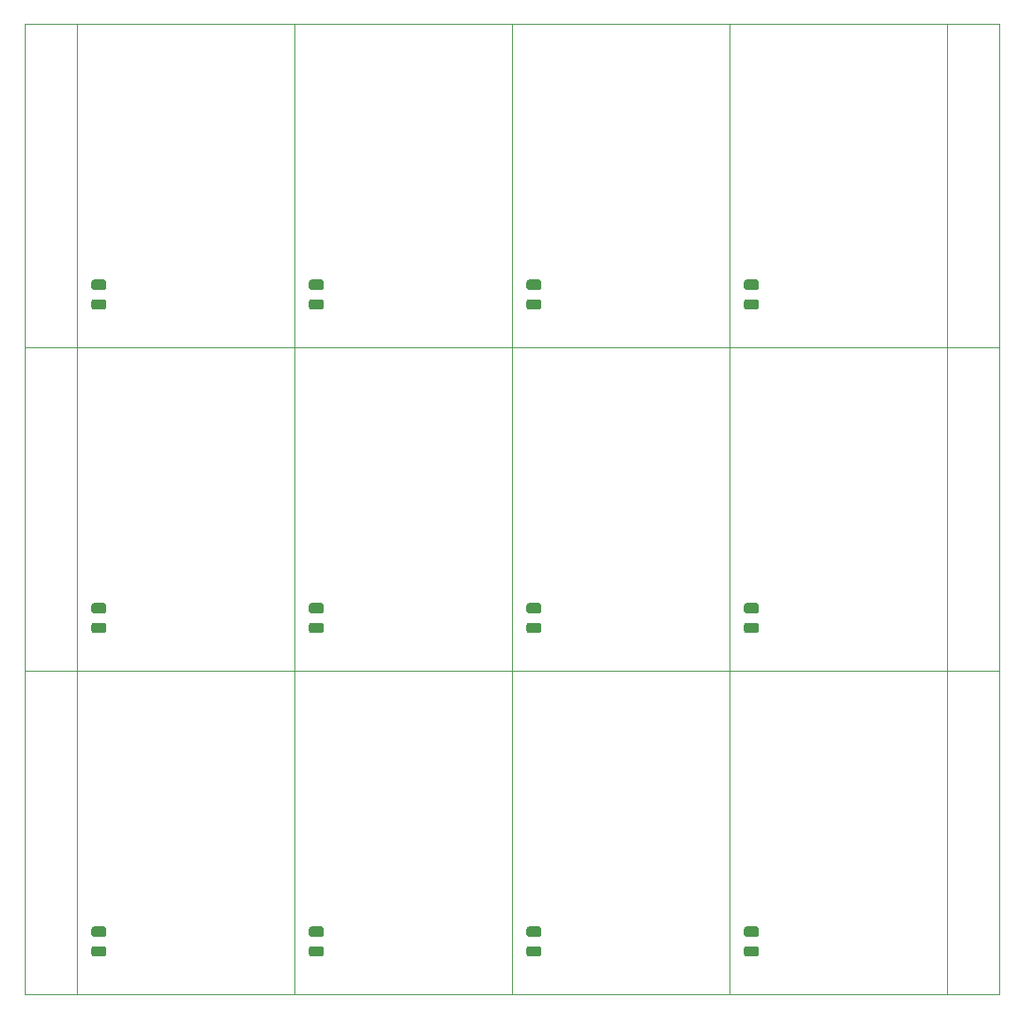
<source format=gbr>
G04 #@! TF.GenerationSoftware,KiCad,Pcbnew,(5.1.5)-3*
G04 #@! TF.CreationDate,2020-09-12T19:14:49+01:00*
G04 #@! TF.ProjectId,OTK_Panel,4f544b5f-5061-46e6-956c-2e6b69636164,rev?*
G04 #@! TF.SameCoordinates,Original*
G04 #@! TF.FileFunction,Paste,Top*
G04 #@! TF.FilePolarity,Positive*
%FSLAX46Y46*%
G04 Gerber Fmt 4.6, Leading zero omitted, Abs format (unit mm)*
G04 Created by KiCad (PCBNEW (5.1.5)-3) date 2020-09-12 19:14:49*
%MOMM*%
%LPD*%
G04 APERTURE LIST*
%ADD10C,0.050000*%
%ADD11C,0.100000*%
G04 APERTURE END LIST*
D10*
X192734500Y-108806300D02*
X197734500Y-108798300D01*
X192734500Y-77818300D02*
X197734500Y-77818300D01*
X109422500Y-108806300D02*
X104422500Y-108810300D01*
X109422500Y-77818300D02*
X104422500Y-77820300D01*
X104422500Y-139790300D02*
X109422500Y-139794300D01*
X104422500Y-46820300D02*
X104422500Y-139790300D01*
X109422500Y-46830300D02*
X104422500Y-46820300D01*
X192734500Y-139794300D02*
X197734500Y-139790300D01*
X197734500Y-46830300D02*
X197734500Y-139790300D01*
X192734500Y-46830300D02*
X197734500Y-46830300D01*
X109422500Y-139794300D02*
X109422500Y-108806300D01*
X171906500Y-139794300D02*
X171906500Y-108806300D01*
X130250500Y-139794300D02*
X109422500Y-139794300D01*
X171906500Y-139794300D02*
X151078500Y-139794300D01*
X130250500Y-108806300D02*
X130250500Y-139794300D01*
X151078500Y-108806300D02*
X151078500Y-139794300D01*
X171906500Y-108806300D02*
X171906500Y-139794300D01*
X151078500Y-108806300D02*
X171906500Y-108806300D01*
X192734500Y-108806300D02*
X192734500Y-139794300D01*
X151078500Y-139794300D02*
X151078500Y-108806300D01*
X109422500Y-108806300D02*
X130250500Y-108806300D01*
X151078500Y-139794300D02*
X130250500Y-139794300D01*
X130250500Y-108806300D02*
X151078500Y-108806300D01*
X130250500Y-139794300D02*
X130250500Y-108806300D01*
X192734500Y-139794300D02*
X171906500Y-139794300D01*
X171906500Y-108806300D02*
X192734500Y-108806300D01*
X109422500Y-108806300D02*
X109422500Y-77818300D01*
X171906500Y-108806300D02*
X171906500Y-77818300D01*
X130250500Y-108806300D02*
X109422500Y-108806300D01*
X171906500Y-108806300D02*
X151078500Y-108806300D01*
X130250500Y-77818300D02*
X130250500Y-108806300D01*
X151078500Y-77818300D02*
X151078500Y-108806300D01*
X171906500Y-77818300D02*
X171906500Y-108806300D01*
X151078500Y-77818300D02*
X171906500Y-77818300D01*
X192734500Y-77818300D02*
X192734500Y-108806300D01*
X151078500Y-108806300D02*
X151078500Y-77818300D01*
X109422500Y-77818300D02*
X130250500Y-77818300D01*
X151078500Y-108806300D02*
X130250500Y-108806300D01*
X130250500Y-77818300D02*
X151078500Y-77818300D01*
X130250500Y-108806300D02*
X130250500Y-77818300D01*
X192734500Y-108806300D02*
X171906500Y-108806300D01*
X171906500Y-77818300D02*
X192734500Y-77818300D01*
X171906500Y-77818300D02*
X171906500Y-46830300D01*
X192734500Y-77818300D02*
X171906500Y-77818300D01*
X192734500Y-46830300D02*
X192734500Y-77818300D01*
X171906500Y-46830300D02*
X192734500Y-46830300D01*
X151078500Y-77818300D02*
X151078500Y-46830300D01*
X171906500Y-77818300D02*
X151078500Y-77818300D01*
X171906500Y-46830300D02*
X171906500Y-77818300D01*
X151078500Y-46830300D02*
X171906500Y-46830300D01*
X130250500Y-77818300D02*
X130250500Y-46830300D01*
X151078500Y-77818300D02*
X130250500Y-77818300D01*
X151078500Y-46830300D02*
X151078500Y-77818300D01*
X130250500Y-46830300D02*
X151078500Y-46830300D01*
X109422500Y-77818300D02*
X109422500Y-46830300D01*
X130250500Y-77818300D02*
X109422500Y-77818300D01*
X130250500Y-46830300D02*
X130250500Y-77818300D01*
X109422500Y-46830300D02*
X130250500Y-46830300D01*
D11*
G36*
X174479642Y-135165474D02*
G01*
X174503303Y-135168984D01*
X174526507Y-135174796D01*
X174549029Y-135182854D01*
X174570653Y-135193082D01*
X174591170Y-135205379D01*
X174610383Y-135219629D01*
X174628107Y-135235693D01*
X174644171Y-135253417D01*
X174658421Y-135272630D01*
X174670718Y-135293147D01*
X174680946Y-135314771D01*
X174689004Y-135337293D01*
X174694816Y-135360497D01*
X174698326Y-135384158D01*
X174699500Y-135408050D01*
X174699500Y-135895550D01*
X174698326Y-135919442D01*
X174694816Y-135943103D01*
X174689004Y-135966307D01*
X174680946Y-135988829D01*
X174670718Y-136010453D01*
X174658421Y-136030970D01*
X174644171Y-136050183D01*
X174628107Y-136067907D01*
X174610383Y-136083971D01*
X174591170Y-136098221D01*
X174570653Y-136110518D01*
X174549029Y-136120746D01*
X174526507Y-136128804D01*
X174503303Y-136134616D01*
X174479642Y-136138126D01*
X174455750Y-136139300D01*
X173543250Y-136139300D01*
X173519358Y-136138126D01*
X173495697Y-136134616D01*
X173472493Y-136128804D01*
X173449971Y-136120746D01*
X173428347Y-136110518D01*
X173407830Y-136098221D01*
X173388617Y-136083971D01*
X173370893Y-136067907D01*
X173354829Y-136050183D01*
X173340579Y-136030970D01*
X173328282Y-136010453D01*
X173318054Y-135988829D01*
X173309996Y-135966307D01*
X173304184Y-135943103D01*
X173300674Y-135919442D01*
X173299500Y-135895550D01*
X173299500Y-135408050D01*
X173300674Y-135384158D01*
X173304184Y-135360497D01*
X173309996Y-135337293D01*
X173318054Y-135314771D01*
X173328282Y-135293147D01*
X173340579Y-135272630D01*
X173354829Y-135253417D01*
X173370893Y-135235693D01*
X173388617Y-135219629D01*
X173407830Y-135205379D01*
X173428347Y-135193082D01*
X173449971Y-135182854D01*
X173472493Y-135174796D01*
X173495697Y-135168984D01*
X173519358Y-135165474D01*
X173543250Y-135164300D01*
X174455750Y-135164300D01*
X174479642Y-135165474D01*
G37*
G36*
X174479642Y-133290474D02*
G01*
X174503303Y-133293984D01*
X174526507Y-133299796D01*
X174549029Y-133307854D01*
X174570653Y-133318082D01*
X174591170Y-133330379D01*
X174610383Y-133344629D01*
X174628107Y-133360693D01*
X174644171Y-133378417D01*
X174658421Y-133397630D01*
X174670718Y-133418147D01*
X174680946Y-133439771D01*
X174689004Y-133462293D01*
X174694816Y-133485497D01*
X174698326Y-133509158D01*
X174699500Y-133533050D01*
X174699500Y-134020550D01*
X174698326Y-134044442D01*
X174694816Y-134068103D01*
X174689004Y-134091307D01*
X174680946Y-134113829D01*
X174670718Y-134135453D01*
X174658421Y-134155970D01*
X174644171Y-134175183D01*
X174628107Y-134192907D01*
X174610383Y-134208971D01*
X174591170Y-134223221D01*
X174570653Y-134235518D01*
X174549029Y-134245746D01*
X174526507Y-134253804D01*
X174503303Y-134259616D01*
X174479642Y-134263126D01*
X174455750Y-134264300D01*
X173543250Y-134264300D01*
X173519358Y-134263126D01*
X173495697Y-134259616D01*
X173472493Y-134253804D01*
X173449971Y-134245746D01*
X173428347Y-134235518D01*
X173407830Y-134223221D01*
X173388617Y-134208971D01*
X173370893Y-134192907D01*
X173354829Y-134175183D01*
X173340579Y-134155970D01*
X173328282Y-134135453D01*
X173318054Y-134113829D01*
X173309996Y-134091307D01*
X173304184Y-134068103D01*
X173300674Y-134044442D01*
X173299500Y-134020550D01*
X173299500Y-133533050D01*
X173300674Y-133509158D01*
X173304184Y-133485497D01*
X173309996Y-133462293D01*
X173318054Y-133439771D01*
X173328282Y-133418147D01*
X173340579Y-133397630D01*
X173354829Y-133378417D01*
X173370893Y-133360693D01*
X173388617Y-133344629D01*
X173407830Y-133330379D01*
X173428347Y-133318082D01*
X173449971Y-133307854D01*
X173472493Y-133299796D01*
X173495697Y-133293984D01*
X173519358Y-133290474D01*
X173543250Y-133289300D01*
X174455750Y-133289300D01*
X174479642Y-133290474D01*
G37*
G36*
X153651642Y-135165474D02*
G01*
X153675303Y-135168984D01*
X153698507Y-135174796D01*
X153721029Y-135182854D01*
X153742653Y-135193082D01*
X153763170Y-135205379D01*
X153782383Y-135219629D01*
X153800107Y-135235693D01*
X153816171Y-135253417D01*
X153830421Y-135272630D01*
X153842718Y-135293147D01*
X153852946Y-135314771D01*
X153861004Y-135337293D01*
X153866816Y-135360497D01*
X153870326Y-135384158D01*
X153871500Y-135408050D01*
X153871500Y-135895550D01*
X153870326Y-135919442D01*
X153866816Y-135943103D01*
X153861004Y-135966307D01*
X153852946Y-135988829D01*
X153842718Y-136010453D01*
X153830421Y-136030970D01*
X153816171Y-136050183D01*
X153800107Y-136067907D01*
X153782383Y-136083971D01*
X153763170Y-136098221D01*
X153742653Y-136110518D01*
X153721029Y-136120746D01*
X153698507Y-136128804D01*
X153675303Y-136134616D01*
X153651642Y-136138126D01*
X153627750Y-136139300D01*
X152715250Y-136139300D01*
X152691358Y-136138126D01*
X152667697Y-136134616D01*
X152644493Y-136128804D01*
X152621971Y-136120746D01*
X152600347Y-136110518D01*
X152579830Y-136098221D01*
X152560617Y-136083971D01*
X152542893Y-136067907D01*
X152526829Y-136050183D01*
X152512579Y-136030970D01*
X152500282Y-136010453D01*
X152490054Y-135988829D01*
X152481996Y-135966307D01*
X152476184Y-135943103D01*
X152472674Y-135919442D01*
X152471500Y-135895550D01*
X152471500Y-135408050D01*
X152472674Y-135384158D01*
X152476184Y-135360497D01*
X152481996Y-135337293D01*
X152490054Y-135314771D01*
X152500282Y-135293147D01*
X152512579Y-135272630D01*
X152526829Y-135253417D01*
X152542893Y-135235693D01*
X152560617Y-135219629D01*
X152579830Y-135205379D01*
X152600347Y-135193082D01*
X152621971Y-135182854D01*
X152644493Y-135174796D01*
X152667697Y-135168984D01*
X152691358Y-135165474D01*
X152715250Y-135164300D01*
X153627750Y-135164300D01*
X153651642Y-135165474D01*
G37*
G36*
X153651642Y-133290474D02*
G01*
X153675303Y-133293984D01*
X153698507Y-133299796D01*
X153721029Y-133307854D01*
X153742653Y-133318082D01*
X153763170Y-133330379D01*
X153782383Y-133344629D01*
X153800107Y-133360693D01*
X153816171Y-133378417D01*
X153830421Y-133397630D01*
X153842718Y-133418147D01*
X153852946Y-133439771D01*
X153861004Y-133462293D01*
X153866816Y-133485497D01*
X153870326Y-133509158D01*
X153871500Y-133533050D01*
X153871500Y-134020550D01*
X153870326Y-134044442D01*
X153866816Y-134068103D01*
X153861004Y-134091307D01*
X153852946Y-134113829D01*
X153842718Y-134135453D01*
X153830421Y-134155970D01*
X153816171Y-134175183D01*
X153800107Y-134192907D01*
X153782383Y-134208971D01*
X153763170Y-134223221D01*
X153742653Y-134235518D01*
X153721029Y-134245746D01*
X153698507Y-134253804D01*
X153675303Y-134259616D01*
X153651642Y-134263126D01*
X153627750Y-134264300D01*
X152715250Y-134264300D01*
X152691358Y-134263126D01*
X152667697Y-134259616D01*
X152644493Y-134253804D01*
X152621971Y-134245746D01*
X152600347Y-134235518D01*
X152579830Y-134223221D01*
X152560617Y-134208971D01*
X152542893Y-134192907D01*
X152526829Y-134175183D01*
X152512579Y-134155970D01*
X152500282Y-134135453D01*
X152490054Y-134113829D01*
X152481996Y-134091307D01*
X152476184Y-134068103D01*
X152472674Y-134044442D01*
X152471500Y-134020550D01*
X152471500Y-133533050D01*
X152472674Y-133509158D01*
X152476184Y-133485497D01*
X152481996Y-133462293D01*
X152490054Y-133439771D01*
X152500282Y-133418147D01*
X152512579Y-133397630D01*
X152526829Y-133378417D01*
X152542893Y-133360693D01*
X152560617Y-133344629D01*
X152579830Y-133330379D01*
X152600347Y-133318082D01*
X152621971Y-133307854D01*
X152644493Y-133299796D01*
X152667697Y-133293984D01*
X152691358Y-133290474D01*
X152715250Y-133289300D01*
X153627750Y-133289300D01*
X153651642Y-133290474D01*
G37*
G36*
X132823642Y-135165474D02*
G01*
X132847303Y-135168984D01*
X132870507Y-135174796D01*
X132893029Y-135182854D01*
X132914653Y-135193082D01*
X132935170Y-135205379D01*
X132954383Y-135219629D01*
X132972107Y-135235693D01*
X132988171Y-135253417D01*
X133002421Y-135272630D01*
X133014718Y-135293147D01*
X133024946Y-135314771D01*
X133033004Y-135337293D01*
X133038816Y-135360497D01*
X133042326Y-135384158D01*
X133043500Y-135408050D01*
X133043500Y-135895550D01*
X133042326Y-135919442D01*
X133038816Y-135943103D01*
X133033004Y-135966307D01*
X133024946Y-135988829D01*
X133014718Y-136010453D01*
X133002421Y-136030970D01*
X132988171Y-136050183D01*
X132972107Y-136067907D01*
X132954383Y-136083971D01*
X132935170Y-136098221D01*
X132914653Y-136110518D01*
X132893029Y-136120746D01*
X132870507Y-136128804D01*
X132847303Y-136134616D01*
X132823642Y-136138126D01*
X132799750Y-136139300D01*
X131887250Y-136139300D01*
X131863358Y-136138126D01*
X131839697Y-136134616D01*
X131816493Y-136128804D01*
X131793971Y-136120746D01*
X131772347Y-136110518D01*
X131751830Y-136098221D01*
X131732617Y-136083971D01*
X131714893Y-136067907D01*
X131698829Y-136050183D01*
X131684579Y-136030970D01*
X131672282Y-136010453D01*
X131662054Y-135988829D01*
X131653996Y-135966307D01*
X131648184Y-135943103D01*
X131644674Y-135919442D01*
X131643500Y-135895550D01*
X131643500Y-135408050D01*
X131644674Y-135384158D01*
X131648184Y-135360497D01*
X131653996Y-135337293D01*
X131662054Y-135314771D01*
X131672282Y-135293147D01*
X131684579Y-135272630D01*
X131698829Y-135253417D01*
X131714893Y-135235693D01*
X131732617Y-135219629D01*
X131751830Y-135205379D01*
X131772347Y-135193082D01*
X131793971Y-135182854D01*
X131816493Y-135174796D01*
X131839697Y-135168984D01*
X131863358Y-135165474D01*
X131887250Y-135164300D01*
X132799750Y-135164300D01*
X132823642Y-135165474D01*
G37*
G36*
X132823642Y-133290474D02*
G01*
X132847303Y-133293984D01*
X132870507Y-133299796D01*
X132893029Y-133307854D01*
X132914653Y-133318082D01*
X132935170Y-133330379D01*
X132954383Y-133344629D01*
X132972107Y-133360693D01*
X132988171Y-133378417D01*
X133002421Y-133397630D01*
X133014718Y-133418147D01*
X133024946Y-133439771D01*
X133033004Y-133462293D01*
X133038816Y-133485497D01*
X133042326Y-133509158D01*
X133043500Y-133533050D01*
X133043500Y-134020550D01*
X133042326Y-134044442D01*
X133038816Y-134068103D01*
X133033004Y-134091307D01*
X133024946Y-134113829D01*
X133014718Y-134135453D01*
X133002421Y-134155970D01*
X132988171Y-134175183D01*
X132972107Y-134192907D01*
X132954383Y-134208971D01*
X132935170Y-134223221D01*
X132914653Y-134235518D01*
X132893029Y-134245746D01*
X132870507Y-134253804D01*
X132847303Y-134259616D01*
X132823642Y-134263126D01*
X132799750Y-134264300D01*
X131887250Y-134264300D01*
X131863358Y-134263126D01*
X131839697Y-134259616D01*
X131816493Y-134253804D01*
X131793971Y-134245746D01*
X131772347Y-134235518D01*
X131751830Y-134223221D01*
X131732617Y-134208971D01*
X131714893Y-134192907D01*
X131698829Y-134175183D01*
X131684579Y-134155970D01*
X131672282Y-134135453D01*
X131662054Y-134113829D01*
X131653996Y-134091307D01*
X131648184Y-134068103D01*
X131644674Y-134044442D01*
X131643500Y-134020550D01*
X131643500Y-133533050D01*
X131644674Y-133509158D01*
X131648184Y-133485497D01*
X131653996Y-133462293D01*
X131662054Y-133439771D01*
X131672282Y-133418147D01*
X131684579Y-133397630D01*
X131698829Y-133378417D01*
X131714893Y-133360693D01*
X131732617Y-133344629D01*
X131751830Y-133330379D01*
X131772347Y-133318082D01*
X131793971Y-133307854D01*
X131816493Y-133299796D01*
X131839697Y-133293984D01*
X131863358Y-133290474D01*
X131887250Y-133289300D01*
X132799750Y-133289300D01*
X132823642Y-133290474D01*
G37*
G36*
X111995642Y-133290474D02*
G01*
X112019303Y-133293984D01*
X112042507Y-133299796D01*
X112065029Y-133307854D01*
X112086653Y-133318082D01*
X112107170Y-133330379D01*
X112126383Y-133344629D01*
X112144107Y-133360693D01*
X112160171Y-133378417D01*
X112174421Y-133397630D01*
X112186718Y-133418147D01*
X112196946Y-133439771D01*
X112205004Y-133462293D01*
X112210816Y-133485497D01*
X112214326Y-133509158D01*
X112215500Y-133533050D01*
X112215500Y-134020550D01*
X112214326Y-134044442D01*
X112210816Y-134068103D01*
X112205004Y-134091307D01*
X112196946Y-134113829D01*
X112186718Y-134135453D01*
X112174421Y-134155970D01*
X112160171Y-134175183D01*
X112144107Y-134192907D01*
X112126383Y-134208971D01*
X112107170Y-134223221D01*
X112086653Y-134235518D01*
X112065029Y-134245746D01*
X112042507Y-134253804D01*
X112019303Y-134259616D01*
X111995642Y-134263126D01*
X111971750Y-134264300D01*
X111059250Y-134264300D01*
X111035358Y-134263126D01*
X111011697Y-134259616D01*
X110988493Y-134253804D01*
X110965971Y-134245746D01*
X110944347Y-134235518D01*
X110923830Y-134223221D01*
X110904617Y-134208971D01*
X110886893Y-134192907D01*
X110870829Y-134175183D01*
X110856579Y-134155970D01*
X110844282Y-134135453D01*
X110834054Y-134113829D01*
X110825996Y-134091307D01*
X110820184Y-134068103D01*
X110816674Y-134044442D01*
X110815500Y-134020550D01*
X110815500Y-133533050D01*
X110816674Y-133509158D01*
X110820184Y-133485497D01*
X110825996Y-133462293D01*
X110834054Y-133439771D01*
X110844282Y-133418147D01*
X110856579Y-133397630D01*
X110870829Y-133378417D01*
X110886893Y-133360693D01*
X110904617Y-133344629D01*
X110923830Y-133330379D01*
X110944347Y-133318082D01*
X110965971Y-133307854D01*
X110988493Y-133299796D01*
X111011697Y-133293984D01*
X111035358Y-133290474D01*
X111059250Y-133289300D01*
X111971750Y-133289300D01*
X111995642Y-133290474D01*
G37*
G36*
X111995642Y-135165474D02*
G01*
X112019303Y-135168984D01*
X112042507Y-135174796D01*
X112065029Y-135182854D01*
X112086653Y-135193082D01*
X112107170Y-135205379D01*
X112126383Y-135219629D01*
X112144107Y-135235693D01*
X112160171Y-135253417D01*
X112174421Y-135272630D01*
X112186718Y-135293147D01*
X112196946Y-135314771D01*
X112205004Y-135337293D01*
X112210816Y-135360497D01*
X112214326Y-135384158D01*
X112215500Y-135408050D01*
X112215500Y-135895550D01*
X112214326Y-135919442D01*
X112210816Y-135943103D01*
X112205004Y-135966307D01*
X112196946Y-135988829D01*
X112186718Y-136010453D01*
X112174421Y-136030970D01*
X112160171Y-136050183D01*
X112144107Y-136067907D01*
X112126383Y-136083971D01*
X112107170Y-136098221D01*
X112086653Y-136110518D01*
X112065029Y-136120746D01*
X112042507Y-136128804D01*
X112019303Y-136134616D01*
X111995642Y-136138126D01*
X111971750Y-136139300D01*
X111059250Y-136139300D01*
X111035358Y-136138126D01*
X111011697Y-136134616D01*
X110988493Y-136128804D01*
X110965971Y-136120746D01*
X110944347Y-136110518D01*
X110923830Y-136098221D01*
X110904617Y-136083971D01*
X110886893Y-136067907D01*
X110870829Y-136050183D01*
X110856579Y-136030970D01*
X110844282Y-136010453D01*
X110834054Y-135988829D01*
X110825996Y-135966307D01*
X110820184Y-135943103D01*
X110816674Y-135919442D01*
X110815500Y-135895550D01*
X110815500Y-135408050D01*
X110816674Y-135384158D01*
X110820184Y-135360497D01*
X110825996Y-135337293D01*
X110834054Y-135314771D01*
X110844282Y-135293147D01*
X110856579Y-135272630D01*
X110870829Y-135253417D01*
X110886893Y-135235693D01*
X110904617Y-135219629D01*
X110923830Y-135205379D01*
X110944347Y-135193082D01*
X110965971Y-135182854D01*
X110988493Y-135174796D01*
X111011697Y-135168984D01*
X111035358Y-135165474D01*
X111059250Y-135164300D01*
X111971750Y-135164300D01*
X111995642Y-135165474D01*
G37*
G36*
X174479642Y-104177474D02*
G01*
X174503303Y-104180984D01*
X174526507Y-104186796D01*
X174549029Y-104194854D01*
X174570653Y-104205082D01*
X174591170Y-104217379D01*
X174610383Y-104231629D01*
X174628107Y-104247693D01*
X174644171Y-104265417D01*
X174658421Y-104284630D01*
X174670718Y-104305147D01*
X174680946Y-104326771D01*
X174689004Y-104349293D01*
X174694816Y-104372497D01*
X174698326Y-104396158D01*
X174699500Y-104420050D01*
X174699500Y-104907550D01*
X174698326Y-104931442D01*
X174694816Y-104955103D01*
X174689004Y-104978307D01*
X174680946Y-105000829D01*
X174670718Y-105022453D01*
X174658421Y-105042970D01*
X174644171Y-105062183D01*
X174628107Y-105079907D01*
X174610383Y-105095971D01*
X174591170Y-105110221D01*
X174570653Y-105122518D01*
X174549029Y-105132746D01*
X174526507Y-105140804D01*
X174503303Y-105146616D01*
X174479642Y-105150126D01*
X174455750Y-105151300D01*
X173543250Y-105151300D01*
X173519358Y-105150126D01*
X173495697Y-105146616D01*
X173472493Y-105140804D01*
X173449971Y-105132746D01*
X173428347Y-105122518D01*
X173407830Y-105110221D01*
X173388617Y-105095971D01*
X173370893Y-105079907D01*
X173354829Y-105062183D01*
X173340579Y-105042970D01*
X173328282Y-105022453D01*
X173318054Y-105000829D01*
X173309996Y-104978307D01*
X173304184Y-104955103D01*
X173300674Y-104931442D01*
X173299500Y-104907550D01*
X173299500Y-104420050D01*
X173300674Y-104396158D01*
X173304184Y-104372497D01*
X173309996Y-104349293D01*
X173318054Y-104326771D01*
X173328282Y-104305147D01*
X173340579Y-104284630D01*
X173354829Y-104265417D01*
X173370893Y-104247693D01*
X173388617Y-104231629D01*
X173407830Y-104217379D01*
X173428347Y-104205082D01*
X173449971Y-104194854D01*
X173472493Y-104186796D01*
X173495697Y-104180984D01*
X173519358Y-104177474D01*
X173543250Y-104176300D01*
X174455750Y-104176300D01*
X174479642Y-104177474D01*
G37*
G36*
X174479642Y-102302474D02*
G01*
X174503303Y-102305984D01*
X174526507Y-102311796D01*
X174549029Y-102319854D01*
X174570653Y-102330082D01*
X174591170Y-102342379D01*
X174610383Y-102356629D01*
X174628107Y-102372693D01*
X174644171Y-102390417D01*
X174658421Y-102409630D01*
X174670718Y-102430147D01*
X174680946Y-102451771D01*
X174689004Y-102474293D01*
X174694816Y-102497497D01*
X174698326Y-102521158D01*
X174699500Y-102545050D01*
X174699500Y-103032550D01*
X174698326Y-103056442D01*
X174694816Y-103080103D01*
X174689004Y-103103307D01*
X174680946Y-103125829D01*
X174670718Y-103147453D01*
X174658421Y-103167970D01*
X174644171Y-103187183D01*
X174628107Y-103204907D01*
X174610383Y-103220971D01*
X174591170Y-103235221D01*
X174570653Y-103247518D01*
X174549029Y-103257746D01*
X174526507Y-103265804D01*
X174503303Y-103271616D01*
X174479642Y-103275126D01*
X174455750Y-103276300D01*
X173543250Y-103276300D01*
X173519358Y-103275126D01*
X173495697Y-103271616D01*
X173472493Y-103265804D01*
X173449971Y-103257746D01*
X173428347Y-103247518D01*
X173407830Y-103235221D01*
X173388617Y-103220971D01*
X173370893Y-103204907D01*
X173354829Y-103187183D01*
X173340579Y-103167970D01*
X173328282Y-103147453D01*
X173318054Y-103125829D01*
X173309996Y-103103307D01*
X173304184Y-103080103D01*
X173300674Y-103056442D01*
X173299500Y-103032550D01*
X173299500Y-102545050D01*
X173300674Y-102521158D01*
X173304184Y-102497497D01*
X173309996Y-102474293D01*
X173318054Y-102451771D01*
X173328282Y-102430147D01*
X173340579Y-102409630D01*
X173354829Y-102390417D01*
X173370893Y-102372693D01*
X173388617Y-102356629D01*
X173407830Y-102342379D01*
X173428347Y-102330082D01*
X173449971Y-102319854D01*
X173472493Y-102311796D01*
X173495697Y-102305984D01*
X173519358Y-102302474D01*
X173543250Y-102301300D01*
X174455750Y-102301300D01*
X174479642Y-102302474D01*
G37*
G36*
X153651642Y-104177474D02*
G01*
X153675303Y-104180984D01*
X153698507Y-104186796D01*
X153721029Y-104194854D01*
X153742653Y-104205082D01*
X153763170Y-104217379D01*
X153782383Y-104231629D01*
X153800107Y-104247693D01*
X153816171Y-104265417D01*
X153830421Y-104284630D01*
X153842718Y-104305147D01*
X153852946Y-104326771D01*
X153861004Y-104349293D01*
X153866816Y-104372497D01*
X153870326Y-104396158D01*
X153871500Y-104420050D01*
X153871500Y-104907550D01*
X153870326Y-104931442D01*
X153866816Y-104955103D01*
X153861004Y-104978307D01*
X153852946Y-105000829D01*
X153842718Y-105022453D01*
X153830421Y-105042970D01*
X153816171Y-105062183D01*
X153800107Y-105079907D01*
X153782383Y-105095971D01*
X153763170Y-105110221D01*
X153742653Y-105122518D01*
X153721029Y-105132746D01*
X153698507Y-105140804D01*
X153675303Y-105146616D01*
X153651642Y-105150126D01*
X153627750Y-105151300D01*
X152715250Y-105151300D01*
X152691358Y-105150126D01*
X152667697Y-105146616D01*
X152644493Y-105140804D01*
X152621971Y-105132746D01*
X152600347Y-105122518D01*
X152579830Y-105110221D01*
X152560617Y-105095971D01*
X152542893Y-105079907D01*
X152526829Y-105062183D01*
X152512579Y-105042970D01*
X152500282Y-105022453D01*
X152490054Y-105000829D01*
X152481996Y-104978307D01*
X152476184Y-104955103D01*
X152472674Y-104931442D01*
X152471500Y-104907550D01*
X152471500Y-104420050D01*
X152472674Y-104396158D01*
X152476184Y-104372497D01*
X152481996Y-104349293D01*
X152490054Y-104326771D01*
X152500282Y-104305147D01*
X152512579Y-104284630D01*
X152526829Y-104265417D01*
X152542893Y-104247693D01*
X152560617Y-104231629D01*
X152579830Y-104217379D01*
X152600347Y-104205082D01*
X152621971Y-104194854D01*
X152644493Y-104186796D01*
X152667697Y-104180984D01*
X152691358Y-104177474D01*
X152715250Y-104176300D01*
X153627750Y-104176300D01*
X153651642Y-104177474D01*
G37*
G36*
X153651642Y-102302474D02*
G01*
X153675303Y-102305984D01*
X153698507Y-102311796D01*
X153721029Y-102319854D01*
X153742653Y-102330082D01*
X153763170Y-102342379D01*
X153782383Y-102356629D01*
X153800107Y-102372693D01*
X153816171Y-102390417D01*
X153830421Y-102409630D01*
X153842718Y-102430147D01*
X153852946Y-102451771D01*
X153861004Y-102474293D01*
X153866816Y-102497497D01*
X153870326Y-102521158D01*
X153871500Y-102545050D01*
X153871500Y-103032550D01*
X153870326Y-103056442D01*
X153866816Y-103080103D01*
X153861004Y-103103307D01*
X153852946Y-103125829D01*
X153842718Y-103147453D01*
X153830421Y-103167970D01*
X153816171Y-103187183D01*
X153800107Y-103204907D01*
X153782383Y-103220971D01*
X153763170Y-103235221D01*
X153742653Y-103247518D01*
X153721029Y-103257746D01*
X153698507Y-103265804D01*
X153675303Y-103271616D01*
X153651642Y-103275126D01*
X153627750Y-103276300D01*
X152715250Y-103276300D01*
X152691358Y-103275126D01*
X152667697Y-103271616D01*
X152644493Y-103265804D01*
X152621971Y-103257746D01*
X152600347Y-103247518D01*
X152579830Y-103235221D01*
X152560617Y-103220971D01*
X152542893Y-103204907D01*
X152526829Y-103187183D01*
X152512579Y-103167970D01*
X152500282Y-103147453D01*
X152490054Y-103125829D01*
X152481996Y-103103307D01*
X152476184Y-103080103D01*
X152472674Y-103056442D01*
X152471500Y-103032550D01*
X152471500Y-102545050D01*
X152472674Y-102521158D01*
X152476184Y-102497497D01*
X152481996Y-102474293D01*
X152490054Y-102451771D01*
X152500282Y-102430147D01*
X152512579Y-102409630D01*
X152526829Y-102390417D01*
X152542893Y-102372693D01*
X152560617Y-102356629D01*
X152579830Y-102342379D01*
X152600347Y-102330082D01*
X152621971Y-102319854D01*
X152644493Y-102311796D01*
X152667697Y-102305984D01*
X152691358Y-102302474D01*
X152715250Y-102301300D01*
X153627750Y-102301300D01*
X153651642Y-102302474D01*
G37*
G36*
X132823642Y-104177474D02*
G01*
X132847303Y-104180984D01*
X132870507Y-104186796D01*
X132893029Y-104194854D01*
X132914653Y-104205082D01*
X132935170Y-104217379D01*
X132954383Y-104231629D01*
X132972107Y-104247693D01*
X132988171Y-104265417D01*
X133002421Y-104284630D01*
X133014718Y-104305147D01*
X133024946Y-104326771D01*
X133033004Y-104349293D01*
X133038816Y-104372497D01*
X133042326Y-104396158D01*
X133043500Y-104420050D01*
X133043500Y-104907550D01*
X133042326Y-104931442D01*
X133038816Y-104955103D01*
X133033004Y-104978307D01*
X133024946Y-105000829D01*
X133014718Y-105022453D01*
X133002421Y-105042970D01*
X132988171Y-105062183D01*
X132972107Y-105079907D01*
X132954383Y-105095971D01*
X132935170Y-105110221D01*
X132914653Y-105122518D01*
X132893029Y-105132746D01*
X132870507Y-105140804D01*
X132847303Y-105146616D01*
X132823642Y-105150126D01*
X132799750Y-105151300D01*
X131887250Y-105151300D01*
X131863358Y-105150126D01*
X131839697Y-105146616D01*
X131816493Y-105140804D01*
X131793971Y-105132746D01*
X131772347Y-105122518D01*
X131751830Y-105110221D01*
X131732617Y-105095971D01*
X131714893Y-105079907D01*
X131698829Y-105062183D01*
X131684579Y-105042970D01*
X131672282Y-105022453D01*
X131662054Y-105000829D01*
X131653996Y-104978307D01*
X131648184Y-104955103D01*
X131644674Y-104931442D01*
X131643500Y-104907550D01*
X131643500Y-104420050D01*
X131644674Y-104396158D01*
X131648184Y-104372497D01*
X131653996Y-104349293D01*
X131662054Y-104326771D01*
X131672282Y-104305147D01*
X131684579Y-104284630D01*
X131698829Y-104265417D01*
X131714893Y-104247693D01*
X131732617Y-104231629D01*
X131751830Y-104217379D01*
X131772347Y-104205082D01*
X131793971Y-104194854D01*
X131816493Y-104186796D01*
X131839697Y-104180984D01*
X131863358Y-104177474D01*
X131887250Y-104176300D01*
X132799750Y-104176300D01*
X132823642Y-104177474D01*
G37*
G36*
X132823642Y-102302474D02*
G01*
X132847303Y-102305984D01*
X132870507Y-102311796D01*
X132893029Y-102319854D01*
X132914653Y-102330082D01*
X132935170Y-102342379D01*
X132954383Y-102356629D01*
X132972107Y-102372693D01*
X132988171Y-102390417D01*
X133002421Y-102409630D01*
X133014718Y-102430147D01*
X133024946Y-102451771D01*
X133033004Y-102474293D01*
X133038816Y-102497497D01*
X133042326Y-102521158D01*
X133043500Y-102545050D01*
X133043500Y-103032550D01*
X133042326Y-103056442D01*
X133038816Y-103080103D01*
X133033004Y-103103307D01*
X133024946Y-103125829D01*
X133014718Y-103147453D01*
X133002421Y-103167970D01*
X132988171Y-103187183D01*
X132972107Y-103204907D01*
X132954383Y-103220971D01*
X132935170Y-103235221D01*
X132914653Y-103247518D01*
X132893029Y-103257746D01*
X132870507Y-103265804D01*
X132847303Y-103271616D01*
X132823642Y-103275126D01*
X132799750Y-103276300D01*
X131887250Y-103276300D01*
X131863358Y-103275126D01*
X131839697Y-103271616D01*
X131816493Y-103265804D01*
X131793971Y-103257746D01*
X131772347Y-103247518D01*
X131751830Y-103235221D01*
X131732617Y-103220971D01*
X131714893Y-103204907D01*
X131698829Y-103187183D01*
X131684579Y-103167970D01*
X131672282Y-103147453D01*
X131662054Y-103125829D01*
X131653996Y-103103307D01*
X131648184Y-103080103D01*
X131644674Y-103056442D01*
X131643500Y-103032550D01*
X131643500Y-102545050D01*
X131644674Y-102521158D01*
X131648184Y-102497497D01*
X131653996Y-102474293D01*
X131662054Y-102451771D01*
X131672282Y-102430147D01*
X131684579Y-102409630D01*
X131698829Y-102390417D01*
X131714893Y-102372693D01*
X131732617Y-102356629D01*
X131751830Y-102342379D01*
X131772347Y-102330082D01*
X131793971Y-102319854D01*
X131816493Y-102311796D01*
X131839697Y-102305984D01*
X131863358Y-102302474D01*
X131887250Y-102301300D01*
X132799750Y-102301300D01*
X132823642Y-102302474D01*
G37*
G36*
X111995642Y-102302474D02*
G01*
X112019303Y-102305984D01*
X112042507Y-102311796D01*
X112065029Y-102319854D01*
X112086653Y-102330082D01*
X112107170Y-102342379D01*
X112126383Y-102356629D01*
X112144107Y-102372693D01*
X112160171Y-102390417D01*
X112174421Y-102409630D01*
X112186718Y-102430147D01*
X112196946Y-102451771D01*
X112205004Y-102474293D01*
X112210816Y-102497497D01*
X112214326Y-102521158D01*
X112215500Y-102545050D01*
X112215500Y-103032550D01*
X112214326Y-103056442D01*
X112210816Y-103080103D01*
X112205004Y-103103307D01*
X112196946Y-103125829D01*
X112186718Y-103147453D01*
X112174421Y-103167970D01*
X112160171Y-103187183D01*
X112144107Y-103204907D01*
X112126383Y-103220971D01*
X112107170Y-103235221D01*
X112086653Y-103247518D01*
X112065029Y-103257746D01*
X112042507Y-103265804D01*
X112019303Y-103271616D01*
X111995642Y-103275126D01*
X111971750Y-103276300D01*
X111059250Y-103276300D01*
X111035358Y-103275126D01*
X111011697Y-103271616D01*
X110988493Y-103265804D01*
X110965971Y-103257746D01*
X110944347Y-103247518D01*
X110923830Y-103235221D01*
X110904617Y-103220971D01*
X110886893Y-103204907D01*
X110870829Y-103187183D01*
X110856579Y-103167970D01*
X110844282Y-103147453D01*
X110834054Y-103125829D01*
X110825996Y-103103307D01*
X110820184Y-103080103D01*
X110816674Y-103056442D01*
X110815500Y-103032550D01*
X110815500Y-102545050D01*
X110816674Y-102521158D01*
X110820184Y-102497497D01*
X110825996Y-102474293D01*
X110834054Y-102451771D01*
X110844282Y-102430147D01*
X110856579Y-102409630D01*
X110870829Y-102390417D01*
X110886893Y-102372693D01*
X110904617Y-102356629D01*
X110923830Y-102342379D01*
X110944347Y-102330082D01*
X110965971Y-102319854D01*
X110988493Y-102311796D01*
X111011697Y-102305984D01*
X111035358Y-102302474D01*
X111059250Y-102301300D01*
X111971750Y-102301300D01*
X111995642Y-102302474D01*
G37*
G36*
X111995642Y-104177474D02*
G01*
X112019303Y-104180984D01*
X112042507Y-104186796D01*
X112065029Y-104194854D01*
X112086653Y-104205082D01*
X112107170Y-104217379D01*
X112126383Y-104231629D01*
X112144107Y-104247693D01*
X112160171Y-104265417D01*
X112174421Y-104284630D01*
X112186718Y-104305147D01*
X112196946Y-104326771D01*
X112205004Y-104349293D01*
X112210816Y-104372497D01*
X112214326Y-104396158D01*
X112215500Y-104420050D01*
X112215500Y-104907550D01*
X112214326Y-104931442D01*
X112210816Y-104955103D01*
X112205004Y-104978307D01*
X112196946Y-105000829D01*
X112186718Y-105022453D01*
X112174421Y-105042970D01*
X112160171Y-105062183D01*
X112144107Y-105079907D01*
X112126383Y-105095971D01*
X112107170Y-105110221D01*
X112086653Y-105122518D01*
X112065029Y-105132746D01*
X112042507Y-105140804D01*
X112019303Y-105146616D01*
X111995642Y-105150126D01*
X111971750Y-105151300D01*
X111059250Y-105151300D01*
X111035358Y-105150126D01*
X111011697Y-105146616D01*
X110988493Y-105140804D01*
X110965971Y-105132746D01*
X110944347Y-105122518D01*
X110923830Y-105110221D01*
X110904617Y-105095971D01*
X110886893Y-105079907D01*
X110870829Y-105062183D01*
X110856579Y-105042970D01*
X110844282Y-105022453D01*
X110834054Y-105000829D01*
X110825996Y-104978307D01*
X110820184Y-104955103D01*
X110816674Y-104931442D01*
X110815500Y-104907550D01*
X110815500Y-104420050D01*
X110816674Y-104396158D01*
X110820184Y-104372497D01*
X110825996Y-104349293D01*
X110834054Y-104326771D01*
X110844282Y-104305147D01*
X110856579Y-104284630D01*
X110870829Y-104265417D01*
X110886893Y-104247693D01*
X110904617Y-104231629D01*
X110923830Y-104217379D01*
X110944347Y-104205082D01*
X110965971Y-104194854D01*
X110988493Y-104186796D01*
X111011697Y-104180984D01*
X111035358Y-104177474D01*
X111059250Y-104176300D01*
X111971750Y-104176300D01*
X111995642Y-104177474D01*
G37*
G36*
X174479642Y-71314474D02*
G01*
X174503303Y-71317984D01*
X174526507Y-71323796D01*
X174549029Y-71331854D01*
X174570653Y-71342082D01*
X174591170Y-71354379D01*
X174610383Y-71368629D01*
X174628107Y-71384693D01*
X174644171Y-71402417D01*
X174658421Y-71421630D01*
X174670718Y-71442147D01*
X174680946Y-71463771D01*
X174689004Y-71486293D01*
X174694816Y-71509497D01*
X174698326Y-71533158D01*
X174699500Y-71557050D01*
X174699500Y-72044550D01*
X174698326Y-72068442D01*
X174694816Y-72092103D01*
X174689004Y-72115307D01*
X174680946Y-72137829D01*
X174670718Y-72159453D01*
X174658421Y-72179970D01*
X174644171Y-72199183D01*
X174628107Y-72216907D01*
X174610383Y-72232971D01*
X174591170Y-72247221D01*
X174570653Y-72259518D01*
X174549029Y-72269746D01*
X174526507Y-72277804D01*
X174503303Y-72283616D01*
X174479642Y-72287126D01*
X174455750Y-72288300D01*
X173543250Y-72288300D01*
X173519358Y-72287126D01*
X173495697Y-72283616D01*
X173472493Y-72277804D01*
X173449971Y-72269746D01*
X173428347Y-72259518D01*
X173407830Y-72247221D01*
X173388617Y-72232971D01*
X173370893Y-72216907D01*
X173354829Y-72199183D01*
X173340579Y-72179970D01*
X173328282Y-72159453D01*
X173318054Y-72137829D01*
X173309996Y-72115307D01*
X173304184Y-72092103D01*
X173300674Y-72068442D01*
X173299500Y-72044550D01*
X173299500Y-71557050D01*
X173300674Y-71533158D01*
X173304184Y-71509497D01*
X173309996Y-71486293D01*
X173318054Y-71463771D01*
X173328282Y-71442147D01*
X173340579Y-71421630D01*
X173354829Y-71402417D01*
X173370893Y-71384693D01*
X173388617Y-71368629D01*
X173407830Y-71354379D01*
X173428347Y-71342082D01*
X173449971Y-71331854D01*
X173472493Y-71323796D01*
X173495697Y-71317984D01*
X173519358Y-71314474D01*
X173543250Y-71313300D01*
X174455750Y-71313300D01*
X174479642Y-71314474D01*
G37*
G36*
X174479642Y-73189474D02*
G01*
X174503303Y-73192984D01*
X174526507Y-73198796D01*
X174549029Y-73206854D01*
X174570653Y-73217082D01*
X174591170Y-73229379D01*
X174610383Y-73243629D01*
X174628107Y-73259693D01*
X174644171Y-73277417D01*
X174658421Y-73296630D01*
X174670718Y-73317147D01*
X174680946Y-73338771D01*
X174689004Y-73361293D01*
X174694816Y-73384497D01*
X174698326Y-73408158D01*
X174699500Y-73432050D01*
X174699500Y-73919550D01*
X174698326Y-73943442D01*
X174694816Y-73967103D01*
X174689004Y-73990307D01*
X174680946Y-74012829D01*
X174670718Y-74034453D01*
X174658421Y-74054970D01*
X174644171Y-74074183D01*
X174628107Y-74091907D01*
X174610383Y-74107971D01*
X174591170Y-74122221D01*
X174570653Y-74134518D01*
X174549029Y-74144746D01*
X174526507Y-74152804D01*
X174503303Y-74158616D01*
X174479642Y-74162126D01*
X174455750Y-74163300D01*
X173543250Y-74163300D01*
X173519358Y-74162126D01*
X173495697Y-74158616D01*
X173472493Y-74152804D01*
X173449971Y-74144746D01*
X173428347Y-74134518D01*
X173407830Y-74122221D01*
X173388617Y-74107971D01*
X173370893Y-74091907D01*
X173354829Y-74074183D01*
X173340579Y-74054970D01*
X173328282Y-74034453D01*
X173318054Y-74012829D01*
X173309996Y-73990307D01*
X173304184Y-73967103D01*
X173300674Y-73943442D01*
X173299500Y-73919550D01*
X173299500Y-73432050D01*
X173300674Y-73408158D01*
X173304184Y-73384497D01*
X173309996Y-73361293D01*
X173318054Y-73338771D01*
X173328282Y-73317147D01*
X173340579Y-73296630D01*
X173354829Y-73277417D01*
X173370893Y-73259693D01*
X173388617Y-73243629D01*
X173407830Y-73229379D01*
X173428347Y-73217082D01*
X173449971Y-73206854D01*
X173472493Y-73198796D01*
X173495697Y-73192984D01*
X173519358Y-73189474D01*
X173543250Y-73188300D01*
X174455750Y-73188300D01*
X174479642Y-73189474D01*
G37*
G36*
X153651642Y-71314474D02*
G01*
X153675303Y-71317984D01*
X153698507Y-71323796D01*
X153721029Y-71331854D01*
X153742653Y-71342082D01*
X153763170Y-71354379D01*
X153782383Y-71368629D01*
X153800107Y-71384693D01*
X153816171Y-71402417D01*
X153830421Y-71421630D01*
X153842718Y-71442147D01*
X153852946Y-71463771D01*
X153861004Y-71486293D01*
X153866816Y-71509497D01*
X153870326Y-71533158D01*
X153871500Y-71557050D01*
X153871500Y-72044550D01*
X153870326Y-72068442D01*
X153866816Y-72092103D01*
X153861004Y-72115307D01*
X153852946Y-72137829D01*
X153842718Y-72159453D01*
X153830421Y-72179970D01*
X153816171Y-72199183D01*
X153800107Y-72216907D01*
X153782383Y-72232971D01*
X153763170Y-72247221D01*
X153742653Y-72259518D01*
X153721029Y-72269746D01*
X153698507Y-72277804D01*
X153675303Y-72283616D01*
X153651642Y-72287126D01*
X153627750Y-72288300D01*
X152715250Y-72288300D01*
X152691358Y-72287126D01*
X152667697Y-72283616D01*
X152644493Y-72277804D01*
X152621971Y-72269746D01*
X152600347Y-72259518D01*
X152579830Y-72247221D01*
X152560617Y-72232971D01*
X152542893Y-72216907D01*
X152526829Y-72199183D01*
X152512579Y-72179970D01*
X152500282Y-72159453D01*
X152490054Y-72137829D01*
X152481996Y-72115307D01*
X152476184Y-72092103D01*
X152472674Y-72068442D01*
X152471500Y-72044550D01*
X152471500Y-71557050D01*
X152472674Y-71533158D01*
X152476184Y-71509497D01*
X152481996Y-71486293D01*
X152490054Y-71463771D01*
X152500282Y-71442147D01*
X152512579Y-71421630D01*
X152526829Y-71402417D01*
X152542893Y-71384693D01*
X152560617Y-71368629D01*
X152579830Y-71354379D01*
X152600347Y-71342082D01*
X152621971Y-71331854D01*
X152644493Y-71323796D01*
X152667697Y-71317984D01*
X152691358Y-71314474D01*
X152715250Y-71313300D01*
X153627750Y-71313300D01*
X153651642Y-71314474D01*
G37*
G36*
X153651642Y-73189474D02*
G01*
X153675303Y-73192984D01*
X153698507Y-73198796D01*
X153721029Y-73206854D01*
X153742653Y-73217082D01*
X153763170Y-73229379D01*
X153782383Y-73243629D01*
X153800107Y-73259693D01*
X153816171Y-73277417D01*
X153830421Y-73296630D01*
X153842718Y-73317147D01*
X153852946Y-73338771D01*
X153861004Y-73361293D01*
X153866816Y-73384497D01*
X153870326Y-73408158D01*
X153871500Y-73432050D01*
X153871500Y-73919550D01*
X153870326Y-73943442D01*
X153866816Y-73967103D01*
X153861004Y-73990307D01*
X153852946Y-74012829D01*
X153842718Y-74034453D01*
X153830421Y-74054970D01*
X153816171Y-74074183D01*
X153800107Y-74091907D01*
X153782383Y-74107971D01*
X153763170Y-74122221D01*
X153742653Y-74134518D01*
X153721029Y-74144746D01*
X153698507Y-74152804D01*
X153675303Y-74158616D01*
X153651642Y-74162126D01*
X153627750Y-74163300D01*
X152715250Y-74163300D01*
X152691358Y-74162126D01*
X152667697Y-74158616D01*
X152644493Y-74152804D01*
X152621971Y-74144746D01*
X152600347Y-74134518D01*
X152579830Y-74122221D01*
X152560617Y-74107971D01*
X152542893Y-74091907D01*
X152526829Y-74074183D01*
X152512579Y-74054970D01*
X152500282Y-74034453D01*
X152490054Y-74012829D01*
X152481996Y-73990307D01*
X152476184Y-73967103D01*
X152472674Y-73943442D01*
X152471500Y-73919550D01*
X152471500Y-73432050D01*
X152472674Y-73408158D01*
X152476184Y-73384497D01*
X152481996Y-73361293D01*
X152490054Y-73338771D01*
X152500282Y-73317147D01*
X152512579Y-73296630D01*
X152526829Y-73277417D01*
X152542893Y-73259693D01*
X152560617Y-73243629D01*
X152579830Y-73229379D01*
X152600347Y-73217082D01*
X152621971Y-73206854D01*
X152644493Y-73198796D01*
X152667697Y-73192984D01*
X152691358Y-73189474D01*
X152715250Y-73188300D01*
X153627750Y-73188300D01*
X153651642Y-73189474D01*
G37*
G36*
X132823642Y-71314474D02*
G01*
X132847303Y-71317984D01*
X132870507Y-71323796D01*
X132893029Y-71331854D01*
X132914653Y-71342082D01*
X132935170Y-71354379D01*
X132954383Y-71368629D01*
X132972107Y-71384693D01*
X132988171Y-71402417D01*
X133002421Y-71421630D01*
X133014718Y-71442147D01*
X133024946Y-71463771D01*
X133033004Y-71486293D01*
X133038816Y-71509497D01*
X133042326Y-71533158D01*
X133043500Y-71557050D01*
X133043500Y-72044550D01*
X133042326Y-72068442D01*
X133038816Y-72092103D01*
X133033004Y-72115307D01*
X133024946Y-72137829D01*
X133014718Y-72159453D01*
X133002421Y-72179970D01*
X132988171Y-72199183D01*
X132972107Y-72216907D01*
X132954383Y-72232971D01*
X132935170Y-72247221D01*
X132914653Y-72259518D01*
X132893029Y-72269746D01*
X132870507Y-72277804D01*
X132847303Y-72283616D01*
X132823642Y-72287126D01*
X132799750Y-72288300D01*
X131887250Y-72288300D01*
X131863358Y-72287126D01*
X131839697Y-72283616D01*
X131816493Y-72277804D01*
X131793971Y-72269746D01*
X131772347Y-72259518D01*
X131751830Y-72247221D01*
X131732617Y-72232971D01*
X131714893Y-72216907D01*
X131698829Y-72199183D01*
X131684579Y-72179970D01*
X131672282Y-72159453D01*
X131662054Y-72137829D01*
X131653996Y-72115307D01*
X131648184Y-72092103D01*
X131644674Y-72068442D01*
X131643500Y-72044550D01*
X131643500Y-71557050D01*
X131644674Y-71533158D01*
X131648184Y-71509497D01*
X131653996Y-71486293D01*
X131662054Y-71463771D01*
X131672282Y-71442147D01*
X131684579Y-71421630D01*
X131698829Y-71402417D01*
X131714893Y-71384693D01*
X131732617Y-71368629D01*
X131751830Y-71354379D01*
X131772347Y-71342082D01*
X131793971Y-71331854D01*
X131816493Y-71323796D01*
X131839697Y-71317984D01*
X131863358Y-71314474D01*
X131887250Y-71313300D01*
X132799750Y-71313300D01*
X132823642Y-71314474D01*
G37*
G36*
X132823642Y-73189474D02*
G01*
X132847303Y-73192984D01*
X132870507Y-73198796D01*
X132893029Y-73206854D01*
X132914653Y-73217082D01*
X132935170Y-73229379D01*
X132954383Y-73243629D01*
X132972107Y-73259693D01*
X132988171Y-73277417D01*
X133002421Y-73296630D01*
X133014718Y-73317147D01*
X133024946Y-73338771D01*
X133033004Y-73361293D01*
X133038816Y-73384497D01*
X133042326Y-73408158D01*
X133043500Y-73432050D01*
X133043500Y-73919550D01*
X133042326Y-73943442D01*
X133038816Y-73967103D01*
X133033004Y-73990307D01*
X133024946Y-74012829D01*
X133014718Y-74034453D01*
X133002421Y-74054970D01*
X132988171Y-74074183D01*
X132972107Y-74091907D01*
X132954383Y-74107971D01*
X132935170Y-74122221D01*
X132914653Y-74134518D01*
X132893029Y-74144746D01*
X132870507Y-74152804D01*
X132847303Y-74158616D01*
X132823642Y-74162126D01*
X132799750Y-74163300D01*
X131887250Y-74163300D01*
X131863358Y-74162126D01*
X131839697Y-74158616D01*
X131816493Y-74152804D01*
X131793971Y-74144746D01*
X131772347Y-74134518D01*
X131751830Y-74122221D01*
X131732617Y-74107971D01*
X131714893Y-74091907D01*
X131698829Y-74074183D01*
X131684579Y-74054970D01*
X131672282Y-74034453D01*
X131662054Y-74012829D01*
X131653996Y-73990307D01*
X131648184Y-73967103D01*
X131644674Y-73943442D01*
X131643500Y-73919550D01*
X131643500Y-73432050D01*
X131644674Y-73408158D01*
X131648184Y-73384497D01*
X131653996Y-73361293D01*
X131662054Y-73338771D01*
X131672282Y-73317147D01*
X131684579Y-73296630D01*
X131698829Y-73277417D01*
X131714893Y-73259693D01*
X131732617Y-73243629D01*
X131751830Y-73229379D01*
X131772347Y-73217082D01*
X131793971Y-73206854D01*
X131816493Y-73198796D01*
X131839697Y-73192984D01*
X131863358Y-73189474D01*
X131887250Y-73188300D01*
X132799750Y-73188300D01*
X132823642Y-73189474D01*
G37*
G36*
X111995642Y-73189474D02*
G01*
X112019303Y-73192984D01*
X112042507Y-73198796D01*
X112065029Y-73206854D01*
X112086653Y-73217082D01*
X112107170Y-73229379D01*
X112126383Y-73243629D01*
X112144107Y-73259693D01*
X112160171Y-73277417D01*
X112174421Y-73296630D01*
X112186718Y-73317147D01*
X112196946Y-73338771D01*
X112205004Y-73361293D01*
X112210816Y-73384497D01*
X112214326Y-73408158D01*
X112215500Y-73432050D01*
X112215500Y-73919550D01*
X112214326Y-73943442D01*
X112210816Y-73967103D01*
X112205004Y-73990307D01*
X112196946Y-74012829D01*
X112186718Y-74034453D01*
X112174421Y-74054970D01*
X112160171Y-74074183D01*
X112144107Y-74091907D01*
X112126383Y-74107971D01*
X112107170Y-74122221D01*
X112086653Y-74134518D01*
X112065029Y-74144746D01*
X112042507Y-74152804D01*
X112019303Y-74158616D01*
X111995642Y-74162126D01*
X111971750Y-74163300D01*
X111059250Y-74163300D01*
X111035358Y-74162126D01*
X111011697Y-74158616D01*
X110988493Y-74152804D01*
X110965971Y-74144746D01*
X110944347Y-74134518D01*
X110923830Y-74122221D01*
X110904617Y-74107971D01*
X110886893Y-74091907D01*
X110870829Y-74074183D01*
X110856579Y-74054970D01*
X110844282Y-74034453D01*
X110834054Y-74012829D01*
X110825996Y-73990307D01*
X110820184Y-73967103D01*
X110816674Y-73943442D01*
X110815500Y-73919550D01*
X110815500Y-73432050D01*
X110816674Y-73408158D01*
X110820184Y-73384497D01*
X110825996Y-73361293D01*
X110834054Y-73338771D01*
X110844282Y-73317147D01*
X110856579Y-73296630D01*
X110870829Y-73277417D01*
X110886893Y-73259693D01*
X110904617Y-73243629D01*
X110923830Y-73229379D01*
X110944347Y-73217082D01*
X110965971Y-73206854D01*
X110988493Y-73198796D01*
X111011697Y-73192984D01*
X111035358Y-73189474D01*
X111059250Y-73188300D01*
X111971750Y-73188300D01*
X111995642Y-73189474D01*
G37*
G36*
X111995642Y-71314474D02*
G01*
X112019303Y-71317984D01*
X112042507Y-71323796D01*
X112065029Y-71331854D01*
X112086653Y-71342082D01*
X112107170Y-71354379D01*
X112126383Y-71368629D01*
X112144107Y-71384693D01*
X112160171Y-71402417D01*
X112174421Y-71421630D01*
X112186718Y-71442147D01*
X112196946Y-71463771D01*
X112205004Y-71486293D01*
X112210816Y-71509497D01*
X112214326Y-71533158D01*
X112215500Y-71557050D01*
X112215500Y-72044550D01*
X112214326Y-72068442D01*
X112210816Y-72092103D01*
X112205004Y-72115307D01*
X112196946Y-72137829D01*
X112186718Y-72159453D01*
X112174421Y-72179970D01*
X112160171Y-72199183D01*
X112144107Y-72216907D01*
X112126383Y-72232971D01*
X112107170Y-72247221D01*
X112086653Y-72259518D01*
X112065029Y-72269746D01*
X112042507Y-72277804D01*
X112019303Y-72283616D01*
X111995642Y-72287126D01*
X111971750Y-72288300D01*
X111059250Y-72288300D01*
X111035358Y-72287126D01*
X111011697Y-72283616D01*
X110988493Y-72277804D01*
X110965971Y-72269746D01*
X110944347Y-72259518D01*
X110923830Y-72247221D01*
X110904617Y-72232971D01*
X110886893Y-72216907D01*
X110870829Y-72199183D01*
X110856579Y-72179970D01*
X110844282Y-72159453D01*
X110834054Y-72137829D01*
X110825996Y-72115307D01*
X110820184Y-72092103D01*
X110816674Y-72068442D01*
X110815500Y-72044550D01*
X110815500Y-71557050D01*
X110816674Y-71533158D01*
X110820184Y-71509497D01*
X110825996Y-71486293D01*
X110834054Y-71463771D01*
X110844282Y-71442147D01*
X110856579Y-71421630D01*
X110870829Y-71402417D01*
X110886893Y-71384693D01*
X110904617Y-71368629D01*
X110923830Y-71354379D01*
X110944347Y-71342082D01*
X110965971Y-71331854D01*
X110988493Y-71323796D01*
X111011697Y-71317984D01*
X111035358Y-71314474D01*
X111059250Y-71313300D01*
X111971750Y-71313300D01*
X111995642Y-71314474D01*
G37*
M02*

</source>
